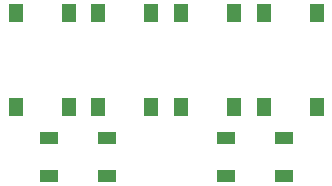
<source format=gbr>
%TF.GenerationSoftware,KiCad,Pcbnew,(6.0.0-0)*%
%TF.CreationDate,2022-01-16T08:33:05+00:00*%
%TF.ProjectId,curly-memory-interface-board,6375726c-792d-46d6-956d-6f72792d696e,rev?*%
%TF.SameCoordinates,Original*%
%TF.FileFunction,Paste,Top*%
%TF.FilePolarity,Positive*%
%FSLAX46Y46*%
G04 Gerber Fmt 4.6, Leading zero omitted, Abs format (unit mm)*
G04 Created by KiCad (PCBNEW (6.0.0-0)) date 2022-01-16 08:33:05*
%MOMM*%
%LPD*%
G01*
G04 APERTURE LIST*
%ADD10R,1.300000X1.550000*%
%ADD11R,1.500000X1.000000*%
G04 APERTURE END LIST*
D10*
%TO.C,SW3*%
X6750000Y-59775000D03*
X6750000Y-51825000D03*
X2250000Y-59775000D03*
X2250000Y-51825000D03*
%TD*%
D11*
%TO.C,D1*%
X9950000Y-65600000D03*
X9950000Y-62400000D03*
X5050000Y-62400000D03*
X5050000Y-65600000D03*
%TD*%
D10*
%TO.C,SW2*%
X23250000Y-51825000D03*
X23250000Y-59775000D03*
X27750000Y-51825000D03*
X27750000Y-59775000D03*
%TD*%
D11*
%TO.C,D2*%
X24950000Y-65600000D03*
X24950000Y-62400000D03*
X20050000Y-62400000D03*
X20050000Y-65600000D03*
%TD*%
D10*
%TO.C,SW4*%
X13750000Y-59775000D03*
X13750000Y-51825000D03*
X9250000Y-59775000D03*
X9250000Y-51825000D03*
%TD*%
%TO.C,SW1*%
X16250000Y-51825000D03*
X16250000Y-59775000D03*
X20750000Y-51825000D03*
X20750000Y-59775000D03*
%TD*%
M02*

</source>
